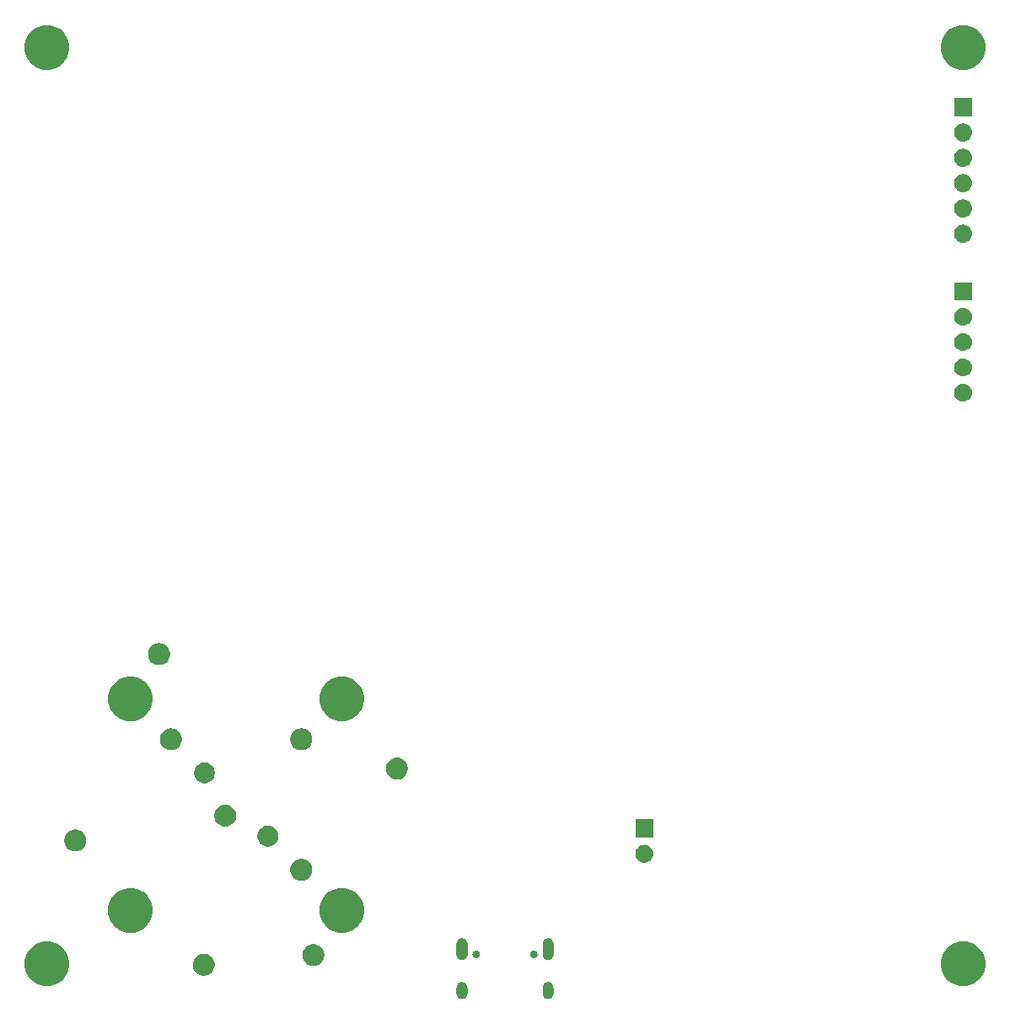
<source format=gbr>
G04 #@! TF.GenerationSoftware,KiCad,Pcbnew,(5.1.0-0)*
G04 #@! TF.CreationDate,2019-04-19T23:51:10-04:00*
G04 #@! TF.ProjectId,thingb-eval-hw,7468696e-6762-42d6-9576-616c2d68772e,rev?*
G04 #@! TF.SameCoordinates,Original*
G04 #@! TF.FileFunction,Soldermask,Bot*
G04 #@! TF.FilePolarity,Negative*
%FSLAX46Y46*%
G04 Gerber Fmt 4.6, Leading zero omitted, Abs format (unit mm)*
G04 Created by KiCad (PCBNEW (5.1.0-0)) date 2019-04-19 23:51:10*
%MOMM*%
%LPD*%
G04 APERTURE LIST*
%ADD10C,0.100000*%
G04 APERTURE END LIST*
D10*
G36*
X95788014Y-147836973D02*
G01*
X95891878Y-147868479D01*
X95935907Y-147892013D01*
X95987599Y-147919643D01*
X95987601Y-147919644D01*
X95987600Y-147919644D01*
X96071501Y-147988499D01*
X96140356Y-148072400D01*
X96191521Y-148168121D01*
X96223027Y-148271985D01*
X96231000Y-148352933D01*
X96231000Y-149007067D01*
X96223027Y-149088015D01*
X96191521Y-149191879D01*
X96191519Y-149191882D01*
X96140357Y-149287600D01*
X96071501Y-149371501D01*
X95987600Y-149440357D01*
X95919055Y-149476995D01*
X95891879Y-149491521D01*
X95788015Y-149523027D01*
X95680000Y-149533666D01*
X95571986Y-149523027D01*
X95468122Y-149491521D01*
X95440946Y-149476995D01*
X95372401Y-149440357D01*
X95288500Y-149371501D01*
X95219645Y-149287601D01*
X95168480Y-149191879D01*
X95136973Y-149088015D01*
X95129000Y-149007067D01*
X95129000Y-148352934D01*
X95136973Y-148271986D01*
X95168479Y-148168122D01*
X95219644Y-148072400D01*
X95288499Y-147988499D01*
X95372400Y-147919644D01*
X95372399Y-147919644D01*
X95372401Y-147919643D01*
X95424093Y-147892013D01*
X95468121Y-147868479D01*
X95571985Y-147836973D01*
X95680000Y-147826334D01*
X95788014Y-147836973D01*
X95788014Y-147836973D01*
G37*
G36*
X104428014Y-147836973D02*
G01*
X104531878Y-147868479D01*
X104575907Y-147892013D01*
X104627599Y-147919643D01*
X104627601Y-147919644D01*
X104627600Y-147919644D01*
X104711501Y-147988499D01*
X104780356Y-148072400D01*
X104831521Y-148168121D01*
X104863027Y-148271985D01*
X104871000Y-148352933D01*
X104871000Y-149007067D01*
X104863027Y-149088015D01*
X104831521Y-149191879D01*
X104831519Y-149191882D01*
X104780357Y-149287600D01*
X104711501Y-149371501D01*
X104627600Y-149440357D01*
X104559055Y-149476995D01*
X104531879Y-149491521D01*
X104428015Y-149523027D01*
X104320000Y-149533666D01*
X104211986Y-149523027D01*
X104108122Y-149491521D01*
X104080946Y-149476995D01*
X104012401Y-149440357D01*
X103928500Y-149371501D01*
X103859645Y-149287601D01*
X103808480Y-149191879D01*
X103776973Y-149088015D01*
X103769000Y-149007067D01*
X103769000Y-148352934D01*
X103776973Y-148271986D01*
X103808479Y-148168122D01*
X103859644Y-148072400D01*
X103928499Y-147988499D01*
X104012400Y-147919644D01*
X104012399Y-147919644D01*
X104012401Y-147919643D01*
X104064093Y-147892013D01*
X104108121Y-147868479D01*
X104211985Y-147836973D01*
X104320000Y-147826334D01*
X104428014Y-147836973D01*
X104428014Y-147836973D01*
G37*
G36*
X146275880Y-143759776D02*
G01*
X146656593Y-143835504D01*
X147066249Y-144005189D01*
X147434929Y-144251534D01*
X147748466Y-144565071D01*
X147994811Y-144933751D01*
X148164496Y-145343407D01*
X148251000Y-145778296D01*
X148251000Y-146221704D01*
X148164496Y-146656593D01*
X147994811Y-147066249D01*
X147748466Y-147434929D01*
X147434929Y-147748466D01*
X147066249Y-147994811D01*
X146656593Y-148164496D01*
X146275880Y-148240224D01*
X146221705Y-148251000D01*
X145778295Y-148251000D01*
X145724120Y-148240224D01*
X145343407Y-148164496D01*
X144933751Y-147994811D01*
X144565071Y-147748466D01*
X144251534Y-147434929D01*
X144005189Y-147066249D01*
X143835504Y-146656593D01*
X143749000Y-146221704D01*
X143749000Y-145778296D01*
X143835504Y-145343407D01*
X144005189Y-144933751D01*
X144251534Y-144565071D01*
X144565071Y-144251534D01*
X144933751Y-144005189D01*
X145343407Y-143835504D01*
X145724120Y-143759776D01*
X145778295Y-143749000D01*
X146221705Y-143749000D01*
X146275880Y-143759776D01*
X146275880Y-143759776D01*
G37*
G36*
X54275880Y-143759776D02*
G01*
X54656593Y-143835504D01*
X55066249Y-144005189D01*
X55434929Y-144251534D01*
X55748466Y-144565071D01*
X55994811Y-144933751D01*
X56164496Y-145343407D01*
X56251000Y-145778296D01*
X56251000Y-146221704D01*
X56164496Y-146656593D01*
X55994811Y-147066249D01*
X55748466Y-147434929D01*
X55434929Y-147748466D01*
X55066249Y-147994811D01*
X54656593Y-148164496D01*
X54275880Y-148240224D01*
X54221705Y-148251000D01*
X53778295Y-148251000D01*
X53724120Y-148240224D01*
X53343407Y-148164496D01*
X52933751Y-147994811D01*
X52565071Y-147748466D01*
X52251534Y-147434929D01*
X52005189Y-147066249D01*
X51835504Y-146656593D01*
X51749000Y-146221704D01*
X51749000Y-145778296D01*
X51835504Y-145343407D01*
X52005189Y-144933751D01*
X52251534Y-144565071D01*
X52565071Y-144251534D01*
X52933751Y-144005189D01*
X53343407Y-143835504D01*
X53724120Y-143759776D01*
X53778295Y-143749000D01*
X54221705Y-143749000D01*
X54275880Y-143759776D01*
X54275880Y-143759776D01*
G37*
G36*
X69929678Y-144992966D02*
G01*
X70067150Y-145020311D01*
X70074170Y-145023219D01*
X70267520Y-145103307D01*
X70447844Y-145223795D01*
X70601205Y-145377156D01*
X70721693Y-145557480D01*
X70757795Y-145644639D01*
X70799109Y-145744378D01*
X70804689Y-145757851D01*
X70847000Y-145970560D01*
X70847000Y-146187440D01*
X70804689Y-146400149D01*
X70721693Y-146600520D01*
X70601205Y-146780844D01*
X70447844Y-146934205D01*
X70267520Y-147054693D01*
X70167334Y-147096191D01*
X70067150Y-147137689D01*
X69960794Y-147158845D01*
X69854440Y-147180000D01*
X69637560Y-147180000D01*
X69531206Y-147158845D01*
X69424850Y-147137689D01*
X69324666Y-147096191D01*
X69224480Y-147054693D01*
X69044156Y-146934205D01*
X68890795Y-146780844D01*
X68770307Y-146600520D01*
X68687311Y-146400149D01*
X68645000Y-146187440D01*
X68645000Y-145970560D01*
X68687311Y-145757851D01*
X68692892Y-145744378D01*
X68734205Y-145644639D01*
X68770307Y-145557480D01*
X68890795Y-145377156D01*
X69044156Y-145223795D01*
X69224480Y-145103307D01*
X69417830Y-145023219D01*
X69424850Y-145020311D01*
X69562322Y-144992966D01*
X69637560Y-144978000D01*
X69854440Y-144978000D01*
X69929678Y-144992966D01*
X69929678Y-144992966D01*
G37*
G36*
X80964794Y-144022155D02*
G01*
X81071150Y-144043311D01*
X81271520Y-144126307D01*
X81451844Y-144246795D01*
X81605205Y-144400156D01*
X81725693Y-144580480D01*
X81725693Y-144580481D01*
X81808689Y-144780850D01*
X81851000Y-144993561D01*
X81851000Y-145210439D01*
X81808689Y-145423150D01*
X81772567Y-145510356D01*
X81725693Y-145623520D01*
X81605205Y-145803844D01*
X81451844Y-145957205D01*
X81271520Y-146077693D01*
X81176704Y-146116967D01*
X81071150Y-146160689D01*
X80964795Y-146181844D01*
X80858440Y-146203000D01*
X80641560Y-146203000D01*
X80535205Y-146181844D01*
X80428850Y-146160689D01*
X80323296Y-146116967D01*
X80228480Y-146077693D01*
X80048156Y-145957205D01*
X79894795Y-145803844D01*
X79774307Y-145623520D01*
X79727433Y-145510356D01*
X79691311Y-145423150D01*
X79649000Y-145210439D01*
X79649000Y-144993561D01*
X79691311Y-144780850D01*
X79774307Y-144580481D01*
X79774307Y-144580480D01*
X79894795Y-144400156D01*
X80048156Y-144246795D01*
X80228480Y-144126307D01*
X80428850Y-144043311D01*
X80535206Y-144022155D01*
X80641560Y-144001000D01*
X80858440Y-144001000D01*
X80964794Y-144022155D01*
X80964794Y-144022155D01*
G37*
G36*
X104428014Y-143406973D02*
G01*
X104531878Y-143438479D01*
X104575907Y-143462013D01*
X104627599Y-143489643D01*
X104627601Y-143489644D01*
X104627600Y-143489644D01*
X104711501Y-143558499D01*
X104780356Y-143642400D01*
X104831521Y-143738121D01*
X104863027Y-143841985D01*
X104871000Y-143922933D01*
X104871000Y-145077067D01*
X104863027Y-145158015D01*
X104831521Y-145261879D01*
X104827348Y-145269686D01*
X104780357Y-145357600D01*
X104711501Y-145441501D01*
X104627600Y-145510357D01*
X104559055Y-145546995D01*
X104531879Y-145561521D01*
X104428015Y-145593027D01*
X104320000Y-145603666D01*
X104211986Y-145593027D01*
X104108122Y-145561521D01*
X104080946Y-145546995D01*
X104012401Y-145510357D01*
X103928500Y-145441501D01*
X103859644Y-145357600D01*
X103812653Y-145269686D01*
X103808480Y-145261879D01*
X103776974Y-145158015D01*
X103769001Y-145077067D01*
X103769000Y-143922934D01*
X103776973Y-143841986D01*
X103808479Y-143738122D01*
X103859644Y-143642400D01*
X103928499Y-143558499D01*
X104012400Y-143489644D01*
X104012399Y-143489644D01*
X104012401Y-143489643D01*
X104064093Y-143462013D01*
X104108121Y-143438479D01*
X104211985Y-143406973D01*
X104320000Y-143396334D01*
X104428014Y-143406973D01*
X104428014Y-143406973D01*
G37*
G36*
X95788014Y-143406973D02*
G01*
X95891878Y-143438479D01*
X95935907Y-143462013D01*
X95987599Y-143489643D01*
X95987601Y-143489644D01*
X95987600Y-143489644D01*
X96071501Y-143558499D01*
X96140356Y-143642400D01*
X96191521Y-143738121D01*
X96223027Y-143841985D01*
X96231000Y-143922933D01*
X96231000Y-145077067D01*
X96223027Y-145158015D01*
X96191521Y-145261879D01*
X96187348Y-145269686D01*
X96140357Y-145357600D01*
X96071501Y-145441501D01*
X95987600Y-145510357D01*
X95919055Y-145546995D01*
X95891879Y-145561521D01*
X95788015Y-145593027D01*
X95680000Y-145603666D01*
X95571986Y-145593027D01*
X95468122Y-145561521D01*
X95440946Y-145546995D01*
X95372401Y-145510357D01*
X95288500Y-145441501D01*
X95219644Y-145357600D01*
X95172653Y-145269686D01*
X95168480Y-145261879D01*
X95136974Y-145158015D01*
X95129001Y-145077067D01*
X95129000Y-143922934D01*
X95136973Y-143841986D01*
X95168479Y-143738122D01*
X95219644Y-143642400D01*
X95288499Y-143558499D01*
X95372400Y-143489644D01*
X95372399Y-143489644D01*
X95372401Y-143489643D01*
X95424093Y-143462013D01*
X95468121Y-143438479D01*
X95571985Y-143406973D01*
X95680000Y-143396334D01*
X95788014Y-143406973D01*
X95788014Y-143406973D01*
G37*
G36*
X102999672Y-144668449D02*
G01*
X102999674Y-144668450D01*
X102999675Y-144668450D01*
X103068103Y-144696793D01*
X103129686Y-144737942D01*
X103182058Y-144790314D01*
X103223207Y-144851897D01*
X103251550Y-144920325D01*
X103251551Y-144920328D01*
X103266000Y-144992966D01*
X103266000Y-145067034D01*
X103258785Y-145103307D01*
X103251550Y-145139675D01*
X103223207Y-145208103D01*
X103182058Y-145269686D01*
X103129686Y-145322058D01*
X103068103Y-145363207D01*
X102999675Y-145391550D01*
X102999674Y-145391550D01*
X102999672Y-145391551D01*
X102927034Y-145406000D01*
X102852966Y-145406000D01*
X102780328Y-145391551D01*
X102780326Y-145391550D01*
X102780325Y-145391550D01*
X102711897Y-145363207D01*
X102650314Y-145322058D01*
X102597942Y-145269686D01*
X102556793Y-145208103D01*
X102528450Y-145139675D01*
X102521216Y-145103307D01*
X102514000Y-145067034D01*
X102514000Y-144992966D01*
X102528449Y-144920328D01*
X102528450Y-144920325D01*
X102556793Y-144851897D01*
X102597942Y-144790314D01*
X102650314Y-144737942D01*
X102711897Y-144696793D01*
X102780325Y-144668450D01*
X102780326Y-144668450D01*
X102780328Y-144668449D01*
X102852966Y-144654000D01*
X102927034Y-144654000D01*
X102999672Y-144668449D01*
X102999672Y-144668449D01*
G37*
G36*
X97219672Y-144668449D02*
G01*
X97219674Y-144668450D01*
X97219675Y-144668450D01*
X97288103Y-144696793D01*
X97349686Y-144737942D01*
X97402058Y-144790314D01*
X97443207Y-144851897D01*
X97471550Y-144920325D01*
X97471551Y-144920328D01*
X97486000Y-144992966D01*
X97486000Y-145067034D01*
X97478785Y-145103307D01*
X97471550Y-145139675D01*
X97443207Y-145208103D01*
X97402058Y-145269686D01*
X97349686Y-145322058D01*
X97288103Y-145363207D01*
X97219675Y-145391550D01*
X97219674Y-145391550D01*
X97219672Y-145391551D01*
X97147034Y-145406000D01*
X97072966Y-145406000D01*
X97000328Y-145391551D01*
X97000326Y-145391550D01*
X97000325Y-145391550D01*
X96931897Y-145363207D01*
X96870314Y-145322058D01*
X96817942Y-145269686D01*
X96776793Y-145208103D01*
X96748450Y-145139675D01*
X96741216Y-145103307D01*
X96734000Y-145067034D01*
X96734000Y-144992966D01*
X96748449Y-144920328D01*
X96748450Y-144920325D01*
X96776793Y-144851897D01*
X96817942Y-144790314D01*
X96870314Y-144737942D01*
X96931897Y-144696793D01*
X97000325Y-144668450D01*
X97000326Y-144668450D01*
X97000328Y-144668449D01*
X97072966Y-144654000D01*
X97147034Y-144654000D01*
X97219672Y-144668449D01*
X97219672Y-144668449D01*
G37*
G36*
X83885880Y-138369776D02*
G01*
X84266593Y-138445504D01*
X84676249Y-138615189D01*
X85044929Y-138861534D01*
X85358466Y-139175071D01*
X85604811Y-139543751D01*
X85774496Y-139953407D01*
X85861000Y-140388296D01*
X85861000Y-140831704D01*
X85774496Y-141266593D01*
X85604811Y-141676249D01*
X85358466Y-142044929D01*
X85044929Y-142358466D01*
X84676249Y-142604811D01*
X84266593Y-142774496D01*
X83885880Y-142850224D01*
X83831705Y-142861000D01*
X83388295Y-142861000D01*
X83334120Y-142850224D01*
X82953407Y-142774496D01*
X82543751Y-142604811D01*
X82175071Y-142358466D01*
X81861534Y-142044929D01*
X81615189Y-141676249D01*
X81445504Y-141266593D01*
X81359000Y-140831704D01*
X81359000Y-140388296D01*
X81445504Y-139953407D01*
X81615189Y-139543751D01*
X81861534Y-139175071D01*
X82175071Y-138861534D01*
X82543751Y-138615189D01*
X82953407Y-138445504D01*
X83334120Y-138369776D01*
X83388295Y-138359000D01*
X83831705Y-138359000D01*
X83885880Y-138369776D01*
X83885880Y-138369776D01*
G37*
G36*
X62665880Y-138369776D02*
G01*
X63046593Y-138445504D01*
X63456249Y-138615189D01*
X63824929Y-138861534D01*
X64138466Y-139175071D01*
X64384811Y-139543751D01*
X64554496Y-139953407D01*
X64641000Y-140388296D01*
X64641000Y-140831704D01*
X64554496Y-141266593D01*
X64384811Y-141676249D01*
X64138466Y-142044929D01*
X63824929Y-142358466D01*
X63456249Y-142604811D01*
X63046593Y-142774496D01*
X62665880Y-142850224D01*
X62611705Y-142861000D01*
X62168295Y-142861000D01*
X62114120Y-142850224D01*
X61733407Y-142774496D01*
X61323751Y-142604811D01*
X60955071Y-142358466D01*
X60641534Y-142044929D01*
X60395189Y-141676249D01*
X60225504Y-141266593D01*
X60139000Y-140831704D01*
X60139000Y-140388296D01*
X60225504Y-139953407D01*
X60395189Y-139543751D01*
X60641534Y-139175071D01*
X60955071Y-138861534D01*
X61323751Y-138615189D01*
X61733407Y-138445504D01*
X62114120Y-138369776D01*
X62168295Y-138359000D01*
X62611705Y-138359000D01*
X62665880Y-138369776D01*
X62665880Y-138369776D01*
G37*
G36*
X79761794Y-135467155D02*
G01*
X79868150Y-135488311D01*
X79968334Y-135529809D01*
X80068520Y-135571307D01*
X80248844Y-135691795D01*
X80402205Y-135845156D01*
X80522693Y-136025480D01*
X80605689Y-136225851D01*
X80648000Y-136438560D01*
X80648000Y-136655440D01*
X80605689Y-136868149D01*
X80522693Y-137068520D01*
X80402205Y-137248844D01*
X80248844Y-137402205D01*
X80068520Y-137522693D01*
X79968334Y-137564191D01*
X79868150Y-137605689D01*
X79761795Y-137626844D01*
X79655440Y-137648000D01*
X79438560Y-137648000D01*
X79332205Y-137626844D01*
X79225850Y-137605689D01*
X79125666Y-137564191D01*
X79025480Y-137522693D01*
X78845156Y-137402205D01*
X78691795Y-137248844D01*
X78571307Y-137068520D01*
X78488311Y-136868149D01*
X78446000Y-136655440D01*
X78446000Y-136438560D01*
X78488311Y-136225851D01*
X78571307Y-136025480D01*
X78691795Y-135845156D01*
X78845156Y-135691795D01*
X79025480Y-135571307D01*
X79125666Y-135529809D01*
X79225850Y-135488311D01*
X79332206Y-135467155D01*
X79438560Y-135446000D01*
X79655440Y-135446000D01*
X79761794Y-135467155D01*
X79761794Y-135467155D01*
G37*
G36*
X114110442Y-134045518D02*
G01*
X114176627Y-134052037D01*
X114346466Y-134103557D01*
X114502991Y-134187222D01*
X114509556Y-134192610D01*
X114640186Y-134299814D01*
X114723448Y-134401271D01*
X114752778Y-134437009D01*
X114836443Y-134593534D01*
X114887963Y-134763373D01*
X114905359Y-134940000D01*
X114887963Y-135116627D01*
X114836443Y-135286466D01*
X114752778Y-135442991D01*
X114723448Y-135478729D01*
X114640186Y-135580186D01*
X114538729Y-135663448D01*
X114502991Y-135692778D01*
X114346466Y-135776443D01*
X114176627Y-135827963D01*
X114110442Y-135834482D01*
X114044260Y-135841000D01*
X113955740Y-135841000D01*
X113889558Y-135834482D01*
X113823373Y-135827963D01*
X113653534Y-135776443D01*
X113497009Y-135692778D01*
X113461271Y-135663448D01*
X113359814Y-135580186D01*
X113276552Y-135478729D01*
X113247222Y-135442991D01*
X113163557Y-135286466D01*
X113112037Y-135116627D01*
X113094641Y-134940000D01*
X113112037Y-134763373D01*
X113163557Y-134593534D01*
X113247222Y-134437009D01*
X113276552Y-134401271D01*
X113359814Y-134299814D01*
X113490444Y-134192610D01*
X113497009Y-134187222D01*
X113653534Y-134103557D01*
X113823373Y-134052037D01*
X113889558Y-134045518D01*
X113955740Y-134039000D01*
X114044260Y-134039000D01*
X114110442Y-134045518D01*
X114110442Y-134045518D01*
G37*
G36*
X57064795Y-132530156D02*
G01*
X57171150Y-132551311D01*
X57371520Y-132634307D01*
X57551844Y-132754795D01*
X57705205Y-132908156D01*
X57825693Y-133088480D01*
X57908689Y-133288851D01*
X57951000Y-133501560D01*
X57951000Y-133718440D01*
X57908689Y-133931149D01*
X57825693Y-134131520D01*
X57705205Y-134311844D01*
X57551844Y-134465205D01*
X57371520Y-134585693D01*
X57271334Y-134627191D01*
X57171150Y-134668689D01*
X57064794Y-134689845D01*
X56958440Y-134711000D01*
X56741560Y-134711000D01*
X56635206Y-134689845D01*
X56528850Y-134668689D01*
X56428666Y-134627191D01*
X56328480Y-134585693D01*
X56148156Y-134465205D01*
X55994795Y-134311844D01*
X55874307Y-134131520D01*
X55791311Y-133931149D01*
X55749000Y-133718440D01*
X55749000Y-133501560D01*
X55791311Y-133288851D01*
X55874307Y-133088480D01*
X55994795Y-132908156D01*
X56148156Y-132754795D01*
X56328480Y-132634307D01*
X56528850Y-132551311D01*
X56635205Y-132530156D01*
X56741560Y-132509000D01*
X56958440Y-132509000D01*
X57064795Y-132530156D01*
X57064795Y-132530156D01*
G37*
G36*
X76488564Y-132171389D02*
G01*
X76679833Y-132250615D01*
X76679835Y-132250616D01*
X76851973Y-132365635D01*
X76998365Y-132512027D01*
X77113385Y-132684167D01*
X77192611Y-132875436D01*
X77233000Y-133078484D01*
X77233000Y-133285516D01*
X77192611Y-133488564D01*
X77187227Y-133501561D01*
X77113384Y-133679835D01*
X76998365Y-133851973D01*
X76851973Y-133998365D01*
X76679835Y-134113384D01*
X76679834Y-134113385D01*
X76679833Y-134113385D01*
X76488564Y-134192611D01*
X76285516Y-134233000D01*
X76078484Y-134233000D01*
X75875436Y-134192611D01*
X75684167Y-134113385D01*
X75684166Y-134113385D01*
X75684165Y-134113384D01*
X75512027Y-133998365D01*
X75365635Y-133851973D01*
X75250616Y-133679835D01*
X75176773Y-133501561D01*
X75171389Y-133488564D01*
X75131000Y-133285516D01*
X75131000Y-133078484D01*
X75171389Y-132875436D01*
X75250615Y-132684167D01*
X75365635Y-132512027D01*
X75512027Y-132365635D01*
X75684165Y-132250616D01*
X75684167Y-132250615D01*
X75875436Y-132171389D01*
X76078484Y-132131000D01*
X76285516Y-132131000D01*
X76488564Y-132171389D01*
X76488564Y-132171389D01*
G37*
G36*
X114901000Y-133301000D02*
G01*
X113099000Y-133301000D01*
X113099000Y-131499000D01*
X114901000Y-131499000D01*
X114901000Y-133301000D01*
X114901000Y-133301000D01*
G37*
G36*
X72104794Y-130030155D02*
G01*
X72211150Y-130051311D01*
X72311334Y-130092809D01*
X72411520Y-130134307D01*
X72591844Y-130254795D01*
X72745205Y-130408156D01*
X72865693Y-130588480D01*
X72948689Y-130788851D01*
X72991000Y-131001560D01*
X72991000Y-131218440D01*
X72948689Y-131431149D01*
X72865693Y-131631520D01*
X72745205Y-131811844D01*
X72591844Y-131965205D01*
X72411520Y-132085693D01*
X72211150Y-132168689D01*
X72104794Y-132189845D01*
X71998440Y-132211000D01*
X71781560Y-132211000D01*
X71675206Y-132189845D01*
X71568850Y-132168689D01*
X71368480Y-132085693D01*
X71188156Y-131965205D01*
X71034795Y-131811844D01*
X70914307Y-131631520D01*
X70831311Y-131431149D01*
X70789000Y-131218440D01*
X70789000Y-131001560D01*
X70831311Y-130788851D01*
X70914307Y-130588480D01*
X71034795Y-130408156D01*
X71188156Y-130254795D01*
X71368480Y-130134307D01*
X71468666Y-130092809D01*
X71568850Y-130051311D01*
X71675206Y-130030155D01*
X71781560Y-130009000D01*
X71998440Y-130009000D01*
X72104794Y-130030155D01*
X72104794Y-130030155D01*
G37*
G36*
X70124564Y-125807389D02*
G01*
X70315833Y-125886615D01*
X70315835Y-125886616D01*
X70487973Y-126001635D01*
X70634365Y-126148027D01*
X70723590Y-126281561D01*
X70749385Y-126320167D01*
X70828611Y-126511436D01*
X70869000Y-126714484D01*
X70869000Y-126921516D01*
X70828611Y-127124564D01*
X70778641Y-127245202D01*
X70749384Y-127315835D01*
X70634365Y-127487973D01*
X70487973Y-127634365D01*
X70315835Y-127749384D01*
X70315834Y-127749385D01*
X70315833Y-127749385D01*
X70124564Y-127828611D01*
X69921516Y-127869000D01*
X69714484Y-127869000D01*
X69511436Y-127828611D01*
X69320167Y-127749385D01*
X69320166Y-127749385D01*
X69320165Y-127749384D01*
X69148027Y-127634365D01*
X69001635Y-127487973D01*
X68886616Y-127315835D01*
X68857359Y-127245202D01*
X68807389Y-127124564D01*
X68767000Y-126921516D01*
X68767000Y-126714484D01*
X68807389Y-126511436D01*
X68886615Y-126320167D01*
X68912411Y-126281561D01*
X69001635Y-126148027D01*
X69148027Y-126001635D01*
X69320165Y-125886616D01*
X69320167Y-125886615D01*
X69511436Y-125807389D01*
X69714484Y-125767000D01*
X69921516Y-125767000D01*
X70124564Y-125807389D01*
X70124564Y-125807389D01*
G37*
G36*
X89364795Y-125310156D02*
G01*
X89471150Y-125331311D01*
X89571334Y-125372809D01*
X89671520Y-125414307D01*
X89851844Y-125534795D01*
X90005205Y-125688156D01*
X90125693Y-125868480D01*
X90208689Y-126068851D01*
X90251000Y-126281560D01*
X90251000Y-126498440D01*
X90208689Y-126711149D01*
X90125693Y-126911520D01*
X90005205Y-127091844D01*
X89851844Y-127245205D01*
X89671520Y-127365693D01*
X89471150Y-127448689D01*
X89364794Y-127469845D01*
X89258440Y-127491000D01*
X89041560Y-127491000D01*
X88935206Y-127469845D01*
X88828850Y-127448689D01*
X88628480Y-127365693D01*
X88448156Y-127245205D01*
X88294795Y-127091844D01*
X88174307Y-126911520D01*
X88091311Y-126711149D01*
X88049000Y-126498440D01*
X88049000Y-126281560D01*
X88091311Y-126068851D01*
X88174307Y-125868480D01*
X88294795Y-125688156D01*
X88448156Y-125534795D01*
X88628480Y-125414307D01*
X88728666Y-125372809D01*
X88828850Y-125331311D01*
X88935205Y-125310156D01*
X89041560Y-125289000D01*
X89258440Y-125289000D01*
X89364795Y-125310156D01*
X89364795Y-125310156D01*
G37*
G36*
X66667795Y-122373156D02*
G01*
X66774150Y-122394311D01*
X66974520Y-122477307D01*
X67154844Y-122597795D01*
X67308205Y-122751156D01*
X67428693Y-122931480D01*
X67428693Y-122931481D01*
X67511275Y-123130850D01*
X67511689Y-123131851D01*
X67554000Y-123344560D01*
X67554000Y-123561440D01*
X67511689Y-123774149D01*
X67428693Y-123974520D01*
X67308205Y-124154844D01*
X67154844Y-124308205D01*
X66974520Y-124428693D01*
X66874334Y-124470191D01*
X66774150Y-124511689D01*
X66667794Y-124532845D01*
X66561440Y-124554000D01*
X66344560Y-124554000D01*
X66238206Y-124532845D01*
X66131850Y-124511689D01*
X66031666Y-124470191D01*
X65931480Y-124428693D01*
X65751156Y-124308205D01*
X65597795Y-124154844D01*
X65477307Y-123974520D01*
X65394311Y-123774149D01*
X65352000Y-123561440D01*
X65352000Y-123344560D01*
X65394311Y-123131851D01*
X65394726Y-123130850D01*
X65477307Y-122931481D01*
X65477307Y-122931480D01*
X65597795Y-122751156D01*
X65751156Y-122597795D01*
X65931480Y-122477307D01*
X66131850Y-122394311D01*
X66238205Y-122373156D01*
X66344560Y-122352000D01*
X66561440Y-122352000D01*
X66667795Y-122373156D01*
X66667795Y-122373156D01*
G37*
G36*
X79762795Y-122372156D02*
G01*
X79869150Y-122393311D01*
X79969334Y-122434809D01*
X80069520Y-122476307D01*
X80249844Y-122596795D01*
X80403205Y-122750156D01*
X80523693Y-122930480D01*
X80606689Y-123130850D01*
X80649000Y-123343561D01*
X80649000Y-123560439D01*
X80606689Y-123773150D01*
X80565191Y-123873334D01*
X80523693Y-123973520D01*
X80403205Y-124153844D01*
X80249844Y-124307205D01*
X80069520Y-124427693D01*
X79869150Y-124510689D01*
X79762795Y-124531844D01*
X79656440Y-124553000D01*
X79439560Y-124553000D01*
X79333205Y-124531844D01*
X79226850Y-124510689D01*
X79026480Y-124427693D01*
X78846156Y-124307205D01*
X78692795Y-124153844D01*
X78572307Y-123973520D01*
X78489311Y-123773150D01*
X78447000Y-123560439D01*
X78447000Y-123343561D01*
X78489311Y-123130850D01*
X78530809Y-123030666D01*
X78572307Y-122930480D01*
X78692795Y-122750156D01*
X78846156Y-122596795D01*
X79026480Y-122476307D01*
X79126666Y-122434809D01*
X79226850Y-122393311D01*
X79333205Y-122372156D01*
X79439560Y-122351000D01*
X79656440Y-122351000D01*
X79762795Y-122372156D01*
X79762795Y-122372156D01*
G37*
G36*
X62665880Y-117149776D02*
G01*
X63046593Y-117225504D01*
X63456249Y-117395189D01*
X63824929Y-117641534D01*
X64138466Y-117955071D01*
X64384811Y-118323751D01*
X64554496Y-118733407D01*
X64641000Y-119168296D01*
X64641000Y-119611704D01*
X64554496Y-120046593D01*
X64384811Y-120456249D01*
X64138466Y-120824929D01*
X63824929Y-121138466D01*
X63456249Y-121384811D01*
X63046593Y-121554496D01*
X62665880Y-121630224D01*
X62611705Y-121641000D01*
X62168295Y-121641000D01*
X62114120Y-121630224D01*
X61733407Y-121554496D01*
X61323751Y-121384811D01*
X60955071Y-121138466D01*
X60641534Y-120824929D01*
X60395189Y-120456249D01*
X60225504Y-120046593D01*
X60139000Y-119611704D01*
X60139000Y-119168296D01*
X60225504Y-118733407D01*
X60395189Y-118323751D01*
X60641534Y-117955071D01*
X60955071Y-117641534D01*
X61323751Y-117395189D01*
X61733407Y-117225504D01*
X62114120Y-117149776D01*
X62168295Y-117139000D01*
X62611705Y-117139000D01*
X62665880Y-117149776D01*
X62665880Y-117149776D01*
G37*
G36*
X83885880Y-117149776D02*
G01*
X84266593Y-117225504D01*
X84676249Y-117395189D01*
X85044929Y-117641534D01*
X85358466Y-117955071D01*
X85604811Y-118323751D01*
X85774496Y-118733407D01*
X85861000Y-119168296D01*
X85861000Y-119611704D01*
X85774496Y-120046593D01*
X85604811Y-120456249D01*
X85358466Y-120824929D01*
X85044929Y-121138466D01*
X84676249Y-121384811D01*
X84266593Y-121554496D01*
X83885880Y-121630224D01*
X83831705Y-121641000D01*
X83388295Y-121641000D01*
X83334120Y-121630224D01*
X82953407Y-121554496D01*
X82543751Y-121384811D01*
X82175071Y-121138466D01*
X81861534Y-120824929D01*
X81615189Y-120456249D01*
X81445504Y-120046593D01*
X81359000Y-119611704D01*
X81359000Y-119168296D01*
X81445504Y-118733407D01*
X81615189Y-118323751D01*
X81861534Y-117955071D01*
X82175071Y-117641534D01*
X82543751Y-117395189D01*
X82953407Y-117225504D01*
X83334120Y-117149776D01*
X83388295Y-117139000D01*
X83831705Y-117139000D01*
X83885880Y-117149776D01*
X83885880Y-117149776D01*
G37*
G36*
X65464795Y-113818156D02*
G01*
X65571150Y-113839311D01*
X65671334Y-113880809D01*
X65771520Y-113922307D01*
X65951844Y-114042795D01*
X66105205Y-114196156D01*
X66225693Y-114376480D01*
X66308689Y-114576851D01*
X66351000Y-114789560D01*
X66351000Y-115006440D01*
X66308689Y-115219149D01*
X66225693Y-115419520D01*
X66105205Y-115599844D01*
X65951844Y-115753205D01*
X65771520Y-115873693D01*
X65571150Y-115956689D01*
X65464794Y-115977845D01*
X65358440Y-115999000D01*
X65141560Y-115999000D01*
X65035206Y-115977845D01*
X64928850Y-115956689D01*
X64728480Y-115873693D01*
X64548156Y-115753205D01*
X64394795Y-115599844D01*
X64274307Y-115419520D01*
X64191311Y-115219149D01*
X64149000Y-115006440D01*
X64149000Y-114789560D01*
X64191311Y-114576851D01*
X64274307Y-114376480D01*
X64394795Y-114196156D01*
X64548156Y-114042795D01*
X64728480Y-113922307D01*
X64828666Y-113880809D01*
X64928850Y-113839311D01*
X65035205Y-113818156D01*
X65141560Y-113797000D01*
X65358440Y-113797000D01*
X65464795Y-113818156D01*
X65464795Y-113818156D01*
G37*
G36*
X146110443Y-87765519D02*
G01*
X146176627Y-87772037D01*
X146346466Y-87823557D01*
X146502991Y-87907222D01*
X146538729Y-87936552D01*
X146640186Y-88019814D01*
X146723448Y-88121271D01*
X146752778Y-88157009D01*
X146836443Y-88313534D01*
X146887963Y-88483373D01*
X146905359Y-88660000D01*
X146887963Y-88836627D01*
X146836443Y-89006466D01*
X146752778Y-89162991D01*
X146723448Y-89198729D01*
X146640186Y-89300186D01*
X146538729Y-89383448D01*
X146502991Y-89412778D01*
X146346466Y-89496443D01*
X146176627Y-89547963D01*
X146110443Y-89554481D01*
X146044260Y-89561000D01*
X145955740Y-89561000D01*
X145889557Y-89554481D01*
X145823373Y-89547963D01*
X145653534Y-89496443D01*
X145497009Y-89412778D01*
X145461271Y-89383448D01*
X145359814Y-89300186D01*
X145276552Y-89198729D01*
X145247222Y-89162991D01*
X145163557Y-89006466D01*
X145112037Y-88836627D01*
X145094641Y-88660000D01*
X145112037Y-88483373D01*
X145163557Y-88313534D01*
X145247222Y-88157009D01*
X145276552Y-88121271D01*
X145359814Y-88019814D01*
X145461271Y-87936552D01*
X145497009Y-87907222D01*
X145653534Y-87823557D01*
X145823373Y-87772037D01*
X145889557Y-87765519D01*
X145955740Y-87759000D01*
X146044260Y-87759000D01*
X146110443Y-87765519D01*
X146110443Y-87765519D01*
G37*
G36*
X146110442Y-85225518D02*
G01*
X146176627Y-85232037D01*
X146346466Y-85283557D01*
X146502991Y-85367222D01*
X146538729Y-85396552D01*
X146640186Y-85479814D01*
X146723448Y-85581271D01*
X146752778Y-85617009D01*
X146836443Y-85773534D01*
X146887963Y-85943373D01*
X146905359Y-86120000D01*
X146887963Y-86296627D01*
X146836443Y-86466466D01*
X146752778Y-86622991D01*
X146723448Y-86658729D01*
X146640186Y-86760186D01*
X146538729Y-86843448D01*
X146502991Y-86872778D01*
X146346466Y-86956443D01*
X146176627Y-87007963D01*
X146110442Y-87014482D01*
X146044260Y-87021000D01*
X145955740Y-87021000D01*
X145889558Y-87014482D01*
X145823373Y-87007963D01*
X145653534Y-86956443D01*
X145497009Y-86872778D01*
X145461271Y-86843448D01*
X145359814Y-86760186D01*
X145276552Y-86658729D01*
X145247222Y-86622991D01*
X145163557Y-86466466D01*
X145112037Y-86296627D01*
X145094641Y-86120000D01*
X145112037Y-85943373D01*
X145163557Y-85773534D01*
X145247222Y-85617009D01*
X145276552Y-85581271D01*
X145359814Y-85479814D01*
X145461271Y-85396552D01*
X145497009Y-85367222D01*
X145653534Y-85283557D01*
X145823373Y-85232037D01*
X145889558Y-85225518D01*
X145955740Y-85219000D01*
X146044260Y-85219000D01*
X146110442Y-85225518D01*
X146110442Y-85225518D01*
G37*
G36*
X146110443Y-82685519D02*
G01*
X146176627Y-82692037D01*
X146346466Y-82743557D01*
X146502991Y-82827222D01*
X146538729Y-82856552D01*
X146640186Y-82939814D01*
X146723448Y-83041271D01*
X146752778Y-83077009D01*
X146836443Y-83233534D01*
X146887963Y-83403373D01*
X146905359Y-83580000D01*
X146887963Y-83756627D01*
X146836443Y-83926466D01*
X146752778Y-84082991D01*
X146723448Y-84118729D01*
X146640186Y-84220186D01*
X146538729Y-84303448D01*
X146502991Y-84332778D01*
X146346466Y-84416443D01*
X146176627Y-84467963D01*
X146110442Y-84474482D01*
X146044260Y-84481000D01*
X145955740Y-84481000D01*
X145889558Y-84474482D01*
X145823373Y-84467963D01*
X145653534Y-84416443D01*
X145497009Y-84332778D01*
X145461271Y-84303448D01*
X145359814Y-84220186D01*
X145276552Y-84118729D01*
X145247222Y-84082991D01*
X145163557Y-83926466D01*
X145112037Y-83756627D01*
X145094641Y-83580000D01*
X145112037Y-83403373D01*
X145163557Y-83233534D01*
X145247222Y-83077009D01*
X145276552Y-83041271D01*
X145359814Y-82939814D01*
X145461271Y-82856552D01*
X145497009Y-82827222D01*
X145653534Y-82743557D01*
X145823373Y-82692037D01*
X145889557Y-82685519D01*
X145955740Y-82679000D01*
X146044260Y-82679000D01*
X146110443Y-82685519D01*
X146110443Y-82685519D01*
G37*
G36*
X146110442Y-80145518D02*
G01*
X146176627Y-80152037D01*
X146346466Y-80203557D01*
X146502991Y-80287222D01*
X146538729Y-80316552D01*
X146640186Y-80399814D01*
X146723448Y-80501271D01*
X146752778Y-80537009D01*
X146836443Y-80693534D01*
X146887963Y-80863373D01*
X146905359Y-81040000D01*
X146887963Y-81216627D01*
X146836443Y-81386466D01*
X146752778Y-81542991D01*
X146723448Y-81578729D01*
X146640186Y-81680186D01*
X146538729Y-81763448D01*
X146502991Y-81792778D01*
X146346466Y-81876443D01*
X146176627Y-81927963D01*
X146110443Y-81934481D01*
X146044260Y-81941000D01*
X145955740Y-81941000D01*
X145889557Y-81934481D01*
X145823373Y-81927963D01*
X145653534Y-81876443D01*
X145497009Y-81792778D01*
X145461271Y-81763448D01*
X145359814Y-81680186D01*
X145276552Y-81578729D01*
X145247222Y-81542991D01*
X145163557Y-81386466D01*
X145112037Y-81216627D01*
X145094641Y-81040000D01*
X145112037Y-80863373D01*
X145163557Y-80693534D01*
X145247222Y-80537009D01*
X145276552Y-80501271D01*
X145359814Y-80399814D01*
X145461271Y-80316552D01*
X145497009Y-80287222D01*
X145653534Y-80203557D01*
X145823373Y-80152037D01*
X145889558Y-80145518D01*
X145955740Y-80139000D01*
X146044260Y-80139000D01*
X146110442Y-80145518D01*
X146110442Y-80145518D01*
G37*
G36*
X146901000Y-79401000D02*
G01*
X145099000Y-79401000D01*
X145099000Y-77599000D01*
X146901000Y-77599000D01*
X146901000Y-79401000D01*
X146901000Y-79401000D01*
G37*
G36*
X146110442Y-71805518D02*
G01*
X146176627Y-71812037D01*
X146346466Y-71863557D01*
X146502991Y-71947222D01*
X146538729Y-71976552D01*
X146640186Y-72059814D01*
X146723448Y-72161271D01*
X146752778Y-72197009D01*
X146836443Y-72353534D01*
X146887963Y-72523373D01*
X146905359Y-72700000D01*
X146887963Y-72876627D01*
X146836443Y-73046466D01*
X146752778Y-73202991D01*
X146723448Y-73238729D01*
X146640186Y-73340186D01*
X146538729Y-73423448D01*
X146502991Y-73452778D01*
X146346466Y-73536443D01*
X146176627Y-73587963D01*
X146110443Y-73594481D01*
X146044260Y-73601000D01*
X145955740Y-73601000D01*
X145889557Y-73594481D01*
X145823373Y-73587963D01*
X145653534Y-73536443D01*
X145497009Y-73452778D01*
X145461271Y-73423448D01*
X145359814Y-73340186D01*
X145276552Y-73238729D01*
X145247222Y-73202991D01*
X145163557Y-73046466D01*
X145112037Y-72876627D01*
X145094641Y-72700000D01*
X145112037Y-72523373D01*
X145163557Y-72353534D01*
X145247222Y-72197009D01*
X145276552Y-72161271D01*
X145359814Y-72059814D01*
X145461271Y-71976552D01*
X145497009Y-71947222D01*
X145653534Y-71863557D01*
X145823373Y-71812037D01*
X145889558Y-71805518D01*
X145955740Y-71799000D01*
X146044260Y-71799000D01*
X146110442Y-71805518D01*
X146110442Y-71805518D01*
G37*
G36*
X146110443Y-69265519D02*
G01*
X146176627Y-69272037D01*
X146346466Y-69323557D01*
X146502991Y-69407222D01*
X146538729Y-69436552D01*
X146640186Y-69519814D01*
X146723448Y-69621271D01*
X146752778Y-69657009D01*
X146836443Y-69813534D01*
X146887963Y-69983373D01*
X146905359Y-70160000D01*
X146887963Y-70336627D01*
X146836443Y-70506466D01*
X146752778Y-70662991D01*
X146723448Y-70698729D01*
X146640186Y-70800186D01*
X146538729Y-70883448D01*
X146502991Y-70912778D01*
X146346466Y-70996443D01*
X146176627Y-71047963D01*
X146110442Y-71054482D01*
X146044260Y-71061000D01*
X145955740Y-71061000D01*
X145889558Y-71054482D01*
X145823373Y-71047963D01*
X145653534Y-70996443D01*
X145497009Y-70912778D01*
X145461271Y-70883448D01*
X145359814Y-70800186D01*
X145276552Y-70698729D01*
X145247222Y-70662991D01*
X145163557Y-70506466D01*
X145112037Y-70336627D01*
X145094641Y-70160000D01*
X145112037Y-69983373D01*
X145163557Y-69813534D01*
X145247222Y-69657009D01*
X145276552Y-69621271D01*
X145359814Y-69519814D01*
X145461271Y-69436552D01*
X145497009Y-69407222D01*
X145653534Y-69323557D01*
X145823373Y-69272037D01*
X145889557Y-69265519D01*
X145955740Y-69259000D01*
X146044260Y-69259000D01*
X146110443Y-69265519D01*
X146110443Y-69265519D01*
G37*
G36*
X146110443Y-66725519D02*
G01*
X146176627Y-66732037D01*
X146346466Y-66783557D01*
X146502991Y-66867222D01*
X146538729Y-66896552D01*
X146640186Y-66979814D01*
X146723448Y-67081271D01*
X146752778Y-67117009D01*
X146836443Y-67273534D01*
X146887963Y-67443373D01*
X146905359Y-67620000D01*
X146887963Y-67796627D01*
X146836443Y-67966466D01*
X146752778Y-68122991D01*
X146723448Y-68158729D01*
X146640186Y-68260186D01*
X146538729Y-68343448D01*
X146502991Y-68372778D01*
X146346466Y-68456443D01*
X146176627Y-68507963D01*
X146110442Y-68514482D01*
X146044260Y-68521000D01*
X145955740Y-68521000D01*
X145889558Y-68514482D01*
X145823373Y-68507963D01*
X145653534Y-68456443D01*
X145497009Y-68372778D01*
X145461271Y-68343448D01*
X145359814Y-68260186D01*
X145276552Y-68158729D01*
X145247222Y-68122991D01*
X145163557Y-67966466D01*
X145112037Y-67796627D01*
X145094641Y-67620000D01*
X145112037Y-67443373D01*
X145163557Y-67273534D01*
X145247222Y-67117009D01*
X145276552Y-67081271D01*
X145359814Y-66979814D01*
X145461271Y-66896552D01*
X145497009Y-66867222D01*
X145653534Y-66783557D01*
X145823373Y-66732037D01*
X145889557Y-66725519D01*
X145955740Y-66719000D01*
X146044260Y-66719000D01*
X146110443Y-66725519D01*
X146110443Y-66725519D01*
G37*
G36*
X146110442Y-64185518D02*
G01*
X146176627Y-64192037D01*
X146346466Y-64243557D01*
X146502991Y-64327222D01*
X146538729Y-64356552D01*
X146640186Y-64439814D01*
X146723448Y-64541271D01*
X146752778Y-64577009D01*
X146836443Y-64733534D01*
X146887963Y-64903373D01*
X146905359Y-65080000D01*
X146887963Y-65256627D01*
X146836443Y-65426466D01*
X146752778Y-65582991D01*
X146723448Y-65618729D01*
X146640186Y-65720186D01*
X146538729Y-65803448D01*
X146502991Y-65832778D01*
X146346466Y-65916443D01*
X146176627Y-65967963D01*
X146110443Y-65974481D01*
X146044260Y-65981000D01*
X145955740Y-65981000D01*
X145889557Y-65974481D01*
X145823373Y-65967963D01*
X145653534Y-65916443D01*
X145497009Y-65832778D01*
X145461271Y-65803448D01*
X145359814Y-65720186D01*
X145276552Y-65618729D01*
X145247222Y-65582991D01*
X145163557Y-65426466D01*
X145112037Y-65256627D01*
X145094641Y-65080000D01*
X145112037Y-64903373D01*
X145163557Y-64733534D01*
X145247222Y-64577009D01*
X145276552Y-64541271D01*
X145359814Y-64439814D01*
X145461271Y-64356552D01*
X145497009Y-64327222D01*
X145653534Y-64243557D01*
X145823373Y-64192037D01*
X145889558Y-64185518D01*
X145955740Y-64179000D01*
X146044260Y-64179000D01*
X146110442Y-64185518D01*
X146110442Y-64185518D01*
G37*
G36*
X146110443Y-61645519D02*
G01*
X146176627Y-61652037D01*
X146346466Y-61703557D01*
X146502991Y-61787222D01*
X146538729Y-61816552D01*
X146640186Y-61899814D01*
X146723448Y-62001271D01*
X146752778Y-62037009D01*
X146836443Y-62193534D01*
X146887963Y-62363373D01*
X146905359Y-62540000D01*
X146887963Y-62716627D01*
X146836443Y-62886466D01*
X146752778Y-63042991D01*
X146723448Y-63078729D01*
X146640186Y-63180186D01*
X146538729Y-63263448D01*
X146502991Y-63292778D01*
X146346466Y-63376443D01*
X146176627Y-63427963D01*
X146110443Y-63434481D01*
X146044260Y-63441000D01*
X145955740Y-63441000D01*
X145889557Y-63434481D01*
X145823373Y-63427963D01*
X145653534Y-63376443D01*
X145497009Y-63292778D01*
X145461271Y-63263448D01*
X145359814Y-63180186D01*
X145276552Y-63078729D01*
X145247222Y-63042991D01*
X145163557Y-62886466D01*
X145112037Y-62716627D01*
X145094641Y-62540000D01*
X145112037Y-62363373D01*
X145163557Y-62193534D01*
X145247222Y-62037009D01*
X145276552Y-62001271D01*
X145359814Y-61899814D01*
X145461271Y-61816552D01*
X145497009Y-61787222D01*
X145653534Y-61703557D01*
X145823373Y-61652037D01*
X145889557Y-61645519D01*
X145955740Y-61639000D01*
X146044260Y-61639000D01*
X146110443Y-61645519D01*
X146110443Y-61645519D01*
G37*
G36*
X146901000Y-60901000D02*
G01*
X145099000Y-60901000D01*
X145099000Y-59099000D01*
X146901000Y-59099000D01*
X146901000Y-60901000D01*
X146901000Y-60901000D01*
G37*
G36*
X54275880Y-51759776D02*
G01*
X54656593Y-51835504D01*
X55066249Y-52005189D01*
X55434929Y-52251534D01*
X55748466Y-52565071D01*
X55994811Y-52933751D01*
X56164496Y-53343407D01*
X56251000Y-53778296D01*
X56251000Y-54221704D01*
X56164496Y-54656593D01*
X55994811Y-55066249D01*
X55748466Y-55434929D01*
X55434929Y-55748466D01*
X55066249Y-55994811D01*
X54656593Y-56164496D01*
X54275880Y-56240224D01*
X54221705Y-56251000D01*
X53778295Y-56251000D01*
X53724120Y-56240224D01*
X53343407Y-56164496D01*
X52933751Y-55994811D01*
X52565071Y-55748466D01*
X52251534Y-55434929D01*
X52005189Y-55066249D01*
X51835504Y-54656593D01*
X51749000Y-54221704D01*
X51749000Y-53778296D01*
X51835504Y-53343407D01*
X52005189Y-52933751D01*
X52251534Y-52565071D01*
X52565071Y-52251534D01*
X52933751Y-52005189D01*
X53343407Y-51835504D01*
X53724120Y-51759776D01*
X53778295Y-51749000D01*
X54221705Y-51749000D01*
X54275880Y-51759776D01*
X54275880Y-51759776D01*
G37*
G36*
X146275880Y-51759776D02*
G01*
X146656593Y-51835504D01*
X147066249Y-52005189D01*
X147434929Y-52251534D01*
X147748466Y-52565071D01*
X147994811Y-52933751D01*
X148164496Y-53343407D01*
X148251000Y-53778296D01*
X148251000Y-54221704D01*
X148164496Y-54656593D01*
X147994811Y-55066249D01*
X147748466Y-55434929D01*
X147434929Y-55748466D01*
X147066249Y-55994811D01*
X146656593Y-56164496D01*
X146275880Y-56240224D01*
X146221705Y-56251000D01*
X145778295Y-56251000D01*
X145724120Y-56240224D01*
X145343407Y-56164496D01*
X144933751Y-55994811D01*
X144565071Y-55748466D01*
X144251534Y-55434929D01*
X144005189Y-55066249D01*
X143835504Y-54656593D01*
X143749000Y-54221704D01*
X143749000Y-53778296D01*
X143835504Y-53343407D01*
X144005189Y-52933751D01*
X144251534Y-52565071D01*
X144565071Y-52251534D01*
X144933751Y-52005189D01*
X145343407Y-51835504D01*
X145724120Y-51759776D01*
X145778295Y-51749000D01*
X146221705Y-51749000D01*
X146275880Y-51759776D01*
X146275880Y-51759776D01*
G37*
M02*

</source>
